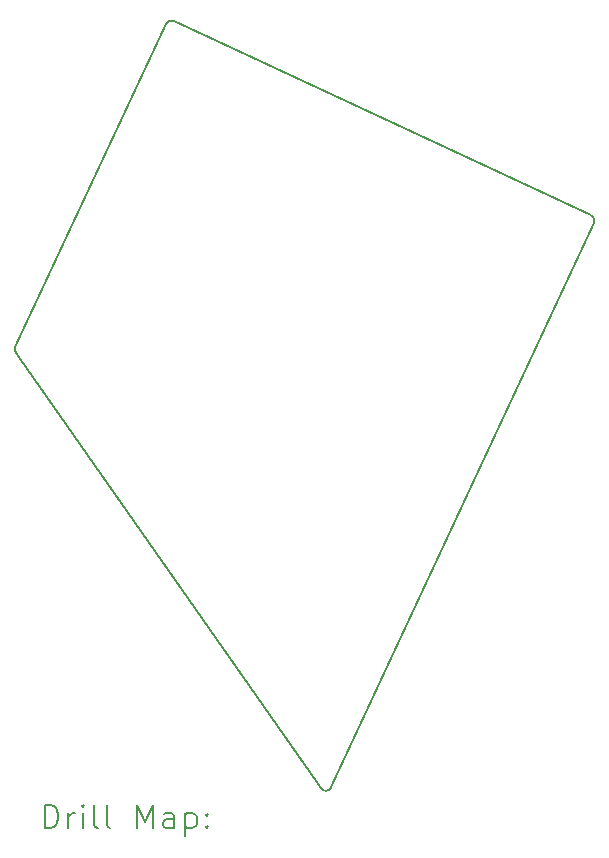
<source format=gbr>
%TF.GenerationSoftware,KiCad,Pcbnew,8.0.8+1*%
%TF.CreationDate,2025-05-19T02:25:46+00:00*%
%TF.ProjectId,controller_overlay,636f6e74-726f-46c6-9c65-725f6f766572,0.2*%
%TF.SameCoordinates,Original*%
%TF.FileFunction,Drillmap*%
%TF.FilePolarity,Positive*%
%FSLAX45Y45*%
G04 Gerber Fmt 4.5, Leading zero omitted, Abs format (unit mm)*
G04 Created by KiCad (PCBNEW 8.0.8+1) date 2025-05-19 02:25:46*
%MOMM*%
%LPD*%
G01*
G04 APERTURE LIST*
%ADD10C,0.150000*%
%ADD11C,0.200000*%
G04 APERTURE END LIST*
D10*
X17495139Y-9630494D02*
X18770530Y-6895410D01*
X18836976Y-6871226D02*
X22371577Y-8519437D01*
X22395761Y-8585883D02*
X20168775Y-13361670D01*
X20082502Y-13369218D02*
X17499497Y-9680304D01*
X18770530Y-6895410D02*
G75*
G02*
X18836979Y-6871220I45320J-21130D01*
G01*
X22371577Y-8519437D02*
G75*
G02*
X22395760Y-8585883I-21127J-45313D01*
G01*
X20168775Y-13361670D02*
G75*
G02*
X20082502Y-13369218I-45315J21130D01*
G01*
X17499497Y-9680304D02*
G75*
G02*
X17495143Y-9630496I40953J28674D01*
G01*
D11*
X17743733Y-13709523D02*
X17743733Y-13509523D01*
X17743733Y-13509523D02*
X17791352Y-13509523D01*
X17791352Y-13509523D02*
X17819924Y-13519047D01*
X17819924Y-13519047D02*
X17838971Y-13538095D01*
X17838971Y-13538095D02*
X17848495Y-13557142D01*
X17848495Y-13557142D02*
X17858019Y-13595237D01*
X17858019Y-13595237D02*
X17858019Y-13623809D01*
X17858019Y-13623809D02*
X17848495Y-13661904D01*
X17848495Y-13661904D02*
X17838971Y-13680952D01*
X17838971Y-13680952D02*
X17819924Y-13699999D01*
X17819924Y-13699999D02*
X17791352Y-13709523D01*
X17791352Y-13709523D02*
X17743733Y-13709523D01*
X17943733Y-13709523D02*
X17943733Y-13576190D01*
X17943733Y-13614285D02*
X17953257Y-13595237D01*
X17953257Y-13595237D02*
X17962781Y-13585714D01*
X17962781Y-13585714D02*
X17981829Y-13576190D01*
X17981829Y-13576190D02*
X18000876Y-13576190D01*
X18067543Y-13709523D02*
X18067543Y-13576190D01*
X18067543Y-13509523D02*
X18058019Y-13519047D01*
X18058019Y-13519047D02*
X18067543Y-13528571D01*
X18067543Y-13528571D02*
X18077067Y-13519047D01*
X18077067Y-13519047D02*
X18067543Y-13509523D01*
X18067543Y-13509523D02*
X18067543Y-13528571D01*
X18191352Y-13709523D02*
X18172305Y-13699999D01*
X18172305Y-13699999D02*
X18162781Y-13680952D01*
X18162781Y-13680952D02*
X18162781Y-13509523D01*
X18296114Y-13709523D02*
X18277067Y-13699999D01*
X18277067Y-13699999D02*
X18267543Y-13680952D01*
X18267543Y-13680952D02*
X18267543Y-13509523D01*
X18524686Y-13709523D02*
X18524686Y-13509523D01*
X18524686Y-13509523D02*
X18591352Y-13652380D01*
X18591352Y-13652380D02*
X18658019Y-13509523D01*
X18658019Y-13509523D02*
X18658019Y-13709523D01*
X18838971Y-13709523D02*
X18838971Y-13604761D01*
X18838971Y-13604761D02*
X18829448Y-13585714D01*
X18829448Y-13585714D02*
X18810400Y-13576190D01*
X18810400Y-13576190D02*
X18772305Y-13576190D01*
X18772305Y-13576190D02*
X18753257Y-13585714D01*
X18838971Y-13699999D02*
X18819924Y-13709523D01*
X18819924Y-13709523D02*
X18772305Y-13709523D01*
X18772305Y-13709523D02*
X18753257Y-13699999D01*
X18753257Y-13699999D02*
X18743733Y-13680952D01*
X18743733Y-13680952D02*
X18743733Y-13661904D01*
X18743733Y-13661904D02*
X18753257Y-13642856D01*
X18753257Y-13642856D02*
X18772305Y-13633333D01*
X18772305Y-13633333D02*
X18819924Y-13633333D01*
X18819924Y-13633333D02*
X18838971Y-13623809D01*
X18934210Y-13576190D02*
X18934210Y-13776190D01*
X18934210Y-13585714D02*
X18953257Y-13576190D01*
X18953257Y-13576190D02*
X18991352Y-13576190D01*
X18991352Y-13576190D02*
X19010400Y-13585714D01*
X19010400Y-13585714D02*
X19019924Y-13595237D01*
X19019924Y-13595237D02*
X19029448Y-13614285D01*
X19029448Y-13614285D02*
X19029448Y-13671428D01*
X19029448Y-13671428D02*
X19019924Y-13690475D01*
X19019924Y-13690475D02*
X19010400Y-13699999D01*
X19010400Y-13699999D02*
X18991352Y-13709523D01*
X18991352Y-13709523D02*
X18953257Y-13709523D01*
X18953257Y-13709523D02*
X18934210Y-13699999D01*
X19115162Y-13690475D02*
X19124686Y-13699999D01*
X19124686Y-13699999D02*
X19115162Y-13709523D01*
X19115162Y-13709523D02*
X19105638Y-13699999D01*
X19105638Y-13699999D02*
X19115162Y-13690475D01*
X19115162Y-13690475D02*
X19115162Y-13709523D01*
X19115162Y-13585714D02*
X19124686Y-13595237D01*
X19124686Y-13595237D02*
X19115162Y-13604761D01*
X19115162Y-13604761D02*
X19105638Y-13595237D01*
X19105638Y-13595237D02*
X19115162Y-13585714D01*
X19115162Y-13585714D02*
X19115162Y-13604761D01*
M02*

</source>
